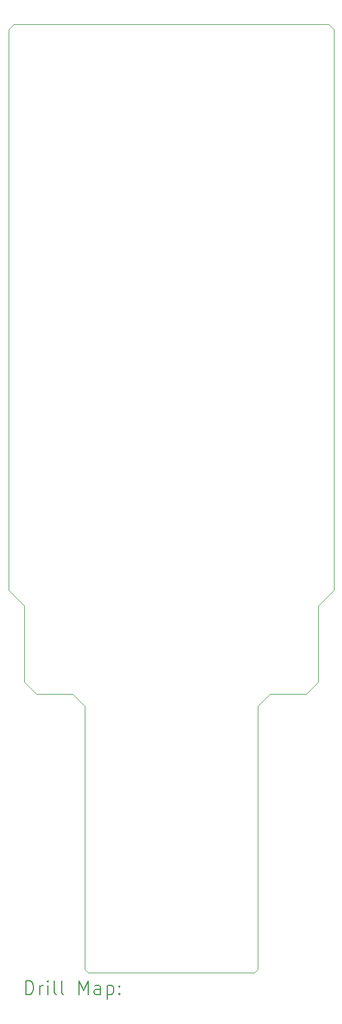
<source format=gbr>
%TF.GenerationSoftware,KiCad,Pcbnew,8.0.3-8.0.3-0~ubuntu24.04.1*%
%TF.CreationDate,2024-06-19T14:37:18-05:00*%
%TF.ProjectId,protopak64,70726f74-6f70-4616-9b36-342e6b696361,rev?*%
%TF.SameCoordinates,Original*%
%TF.FileFunction,Drillmap*%
%TF.FilePolarity,Positive*%
%FSLAX45Y45*%
G04 Gerber Fmt 4.5, Leading zero omitted, Abs format (unit mm)*
G04 Created by KiCad (PCBNEW 8.0.3-8.0.3-0~ubuntu24.04.1) date 2024-06-19 14:37:18*
%MOMM*%
%LPD*%
G01*
G04 APERTURE LIST*
%ADD10C,0.100000*%
%ADD11C,0.200000*%
G04 APERTURE END LIST*
D10*
X12065000Y-1600200D02*
X16687800Y-1600200D01*
X13106400Y-15468600D02*
X13106400Y-11607800D01*
X12395200Y-11430000D02*
X12217400Y-11252200D01*
X12928600Y-11430000D02*
X12395200Y-11430000D01*
X16535400Y-11252200D02*
X16535400Y-10134600D01*
X12217400Y-11252200D02*
X12217400Y-10134600D01*
X15646400Y-11607800D02*
X15824200Y-11430000D01*
X11988800Y-9906000D02*
X11988800Y-1676400D01*
X16687800Y-1600200D02*
X16764000Y-1676400D01*
X13106400Y-15468600D02*
X13157200Y-15519400D01*
X13157200Y-15519400D02*
X15595600Y-15519400D01*
X16357600Y-11430000D02*
X16535400Y-11252200D01*
X16357600Y-11430000D02*
X15824200Y-11430000D01*
X12065000Y-1600200D02*
X11988800Y-1676400D01*
X15595600Y-15519400D02*
X15646400Y-15468600D01*
X16764000Y-9906000D02*
X16535400Y-10134600D01*
X16764000Y-1676400D02*
X16764000Y-9906000D01*
X12217400Y-10134600D02*
X11988800Y-9906000D01*
X13106400Y-11607800D02*
X12928600Y-11430000D01*
X15646400Y-15468600D02*
X15646400Y-11607800D01*
D11*
X12244577Y-15835884D02*
X12244577Y-15635884D01*
X12244577Y-15635884D02*
X12292196Y-15635884D01*
X12292196Y-15635884D02*
X12320767Y-15645408D01*
X12320767Y-15645408D02*
X12339815Y-15664455D01*
X12339815Y-15664455D02*
X12349339Y-15683503D01*
X12349339Y-15683503D02*
X12358862Y-15721598D01*
X12358862Y-15721598D02*
X12358862Y-15750169D01*
X12358862Y-15750169D02*
X12349339Y-15788265D01*
X12349339Y-15788265D02*
X12339815Y-15807312D01*
X12339815Y-15807312D02*
X12320767Y-15826360D01*
X12320767Y-15826360D02*
X12292196Y-15835884D01*
X12292196Y-15835884D02*
X12244577Y-15835884D01*
X12444577Y-15835884D02*
X12444577Y-15702550D01*
X12444577Y-15740646D02*
X12454101Y-15721598D01*
X12454101Y-15721598D02*
X12463624Y-15712074D01*
X12463624Y-15712074D02*
X12482672Y-15702550D01*
X12482672Y-15702550D02*
X12501720Y-15702550D01*
X12568386Y-15835884D02*
X12568386Y-15702550D01*
X12568386Y-15635884D02*
X12558862Y-15645408D01*
X12558862Y-15645408D02*
X12568386Y-15654931D01*
X12568386Y-15654931D02*
X12577910Y-15645408D01*
X12577910Y-15645408D02*
X12568386Y-15635884D01*
X12568386Y-15635884D02*
X12568386Y-15654931D01*
X12692196Y-15835884D02*
X12673148Y-15826360D01*
X12673148Y-15826360D02*
X12663624Y-15807312D01*
X12663624Y-15807312D02*
X12663624Y-15635884D01*
X12796958Y-15835884D02*
X12777910Y-15826360D01*
X12777910Y-15826360D02*
X12768386Y-15807312D01*
X12768386Y-15807312D02*
X12768386Y-15635884D01*
X13025529Y-15835884D02*
X13025529Y-15635884D01*
X13025529Y-15635884D02*
X13092196Y-15778741D01*
X13092196Y-15778741D02*
X13158862Y-15635884D01*
X13158862Y-15635884D02*
X13158862Y-15835884D01*
X13339815Y-15835884D02*
X13339815Y-15731122D01*
X13339815Y-15731122D02*
X13330291Y-15712074D01*
X13330291Y-15712074D02*
X13311243Y-15702550D01*
X13311243Y-15702550D02*
X13273148Y-15702550D01*
X13273148Y-15702550D02*
X13254101Y-15712074D01*
X13339815Y-15826360D02*
X13320767Y-15835884D01*
X13320767Y-15835884D02*
X13273148Y-15835884D01*
X13273148Y-15835884D02*
X13254101Y-15826360D01*
X13254101Y-15826360D02*
X13244577Y-15807312D01*
X13244577Y-15807312D02*
X13244577Y-15788265D01*
X13244577Y-15788265D02*
X13254101Y-15769217D01*
X13254101Y-15769217D02*
X13273148Y-15759693D01*
X13273148Y-15759693D02*
X13320767Y-15759693D01*
X13320767Y-15759693D02*
X13339815Y-15750169D01*
X13435053Y-15702550D02*
X13435053Y-15902550D01*
X13435053Y-15712074D02*
X13454101Y-15702550D01*
X13454101Y-15702550D02*
X13492196Y-15702550D01*
X13492196Y-15702550D02*
X13511243Y-15712074D01*
X13511243Y-15712074D02*
X13520767Y-15721598D01*
X13520767Y-15721598D02*
X13530291Y-15740646D01*
X13530291Y-15740646D02*
X13530291Y-15797788D01*
X13530291Y-15797788D02*
X13520767Y-15816836D01*
X13520767Y-15816836D02*
X13511243Y-15826360D01*
X13511243Y-15826360D02*
X13492196Y-15835884D01*
X13492196Y-15835884D02*
X13454101Y-15835884D01*
X13454101Y-15835884D02*
X13435053Y-15826360D01*
X13616005Y-15816836D02*
X13625529Y-15826360D01*
X13625529Y-15826360D02*
X13616005Y-15835884D01*
X13616005Y-15835884D02*
X13606482Y-15826360D01*
X13606482Y-15826360D02*
X13616005Y-15816836D01*
X13616005Y-15816836D02*
X13616005Y-15835884D01*
X13616005Y-15712074D02*
X13625529Y-15721598D01*
X13625529Y-15721598D02*
X13616005Y-15731122D01*
X13616005Y-15731122D02*
X13606482Y-15721598D01*
X13606482Y-15721598D02*
X13616005Y-15712074D01*
X13616005Y-15712074D02*
X13616005Y-15731122D01*
M02*

</source>
